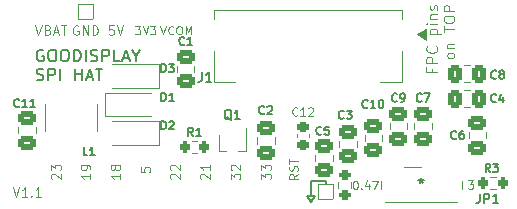
<source format=gto>
G04 #@! TF.GenerationSoftware,KiCad,Pcbnew,6.0.8-f2edbf62ab~116~ubuntu20.04.1*
G04 #@! TF.CreationDate,2022-10-18T12:22:16+02:00*
G04 #@! TF.ProjectId,tinypico-goodisplay,74696e79-7069-4636-9f2d-676f6f646973,rev?*
G04 #@! TF.SameCoordinates,Original*
G04 #@! TF.FileFunction,Legend,Top*
G04 #@! TF.FilePolarity,Positive*
%FSLAX46Y46*%
G04 Gerber Fmt 4.6, Leading zero omitted, Abs format (unit mm)*
G04 Created by KiCad (PCBNEW 6.0.8-f2edbf62ab~116~ubuntu20.04.1) date 2022-10-18 12:22:16*
%MOMM*%
%LPD*%
G01*
G04 APERTURE LIST*
G04 Aperture macros list*
%AMRoundRect*
0 Rectangle with rounded corners*
0 $1 Rounding radius*
0 $2 $3 $4 $5 $6 $7 $8 $9 X,Y pos of 4 corners*
0 Add a 4 corners polygon primitive as box body*
4,1,4,$2,$3,$4,$5,$6,$7,$8,$9,$2,$3,0*
0 Add four circle primitives for the rounded corners*
1,1,$1+$1,$2,$3*
1,1,$1+$1,$4,$5*
1,1,$1+$1,$6,$7*
1,1,$1+$1,$8,$9*
0 Add four rect primitives between the rounded corners*
20,1,$1+$1,$2,$3,$4,$5,0*
20,1,$1+$1,$4,$5,$6,$7,0*
20,1,$1+$1,$6,$7,$8,$9,0*
20,1,$1+$1,$8,$9,$2,$3,0*%
G04 Aperture macros list end*
%ADD10C,0.150000*%
%ADD11C,0.120000*%
%ADD12C,0.140000*%
%ADD13C,0.130000*%
%ADD14RoundRect,0.250000X0.475000X-0.337500X0.475000X0.337500X-0.475000X0.337500X-0.475000X-0.337500X0*%
%ADD15RoundRect,0.250000X0.337500X0.475000X-0.337500X0.475000X-0.337500X-0.475000X0.337500X-0.475000X0*%
%ADD16R,0.450000X0.700000*%
%ADD17RoundRect,0.200000X-0.200000X-0.275000X0.200000X-0.275000X0.200000X0.275000X-0.200000X0.275000X0*%
%ADD18RoundRect,0.225000X0.250000X-0.225000X0.250000X0.225000X-0.250000X0.225000X-0.250000X-0.225000X0*%
%ADD19C,0.889000*%
%ADD20R,0.889000X1.244600*%
%ADD21R,0.812800X0.939800*%
%ADD22R,0.900000X1.200000*%
%ADD23RoundRect,0.200000X0.275000X-0.200000X0.275000X0.200000X-0.275000X0.200000X-0.275000X-0.200000X0*%
%ADD24R,3.708400X1.092200*%
%ADD25RoundRect,0.200000X0.200000X0.275000X-0.200000X0.275000X-0.200000X-0.275000X0.200000X-0.275000X0*%
%ADD26C,1.473200*%
%ADD27RoundRect,0.025400X0.635000X-0.635000X0.635000X0.635000X-0.635000X0.635000X-0.635000X-0.635000X0*%
%ADD28R,0.304800X1.193800*%
%ADD29R,1.803400X2.006600*%
%ADD30RoundRect,0.250000X-0.475000X0.337500X-0.475000X-0.337500X0.475000X-0.337500X0.475000X0.337500X0*%
G04 APERTURE END LIST*
D10*
X97850000Y-51700000D02*
X97850000Y-50450000D01*
X97850000Y-52200000D02*
X97500000Y-51700000D01*
X97850000Y-50450000D02*
X99100000Y-50450000D01*
X97550000Y-51700000D02*
X98200000Y-51700000D01*
X99100000Y-50450000D02*
X99100000Y-50600000D01*
X98200000Y-51700000D02*
X97850000Y-52200000D01*
D11*
X82983333Y-37316666D02*
X83416666Y-37316666D01*
X83183333Y-37583333D01*
X83283333Y-37583333D01*
X83350000Y-37616666D01*
X83383333Y-37650000D01*
X83416666Y-37716666D01*
X83416666Y-37883333D01*
X83383333Y-37950000D01*
X83350000Y-37983333D01*
X83283333Y-38016666D01*
X83083333Y-38016666D01*
X83016666Y-37983333D01*
X82983333Y-37950000D01*
X83616666Y-37316666D02*
X83850000Y-38016666D01*
X84083333Y-37316666D01*
X84250000Y-37316666D02*
X84683333Y-37316666D01*
X84450000Y-37583333D01*
X84550000Y-37583333D01*
X84616666Y-37616666D01*
X84650000Y-37650000D01*
X84683333Y-37716666D01*
X84683333Y-37883333D01*
X84650000Y-37950000D01*
X84616666Y-37983333D01*
X84550000Y-38016666D01*
X84350000Y-38016666D01*
X84283333Y-37983333D01*
X84250000Y-37950000D01*
X91061904Y-50297619D02*
X91061904Y-49802380D01*
X91366666Y-50069047D01*
X91366666Y-49954761D01*
X91404761Y-49878571D01*
X91442857Y-49840476D01*
X91519047Y-49802380D01*
X91709523Y-49802380D01*
X91785714Y-49840476D01*
X91823809Y-49878571D01*
X91861904Y-49954761D01*
X91861904Y-50183333D01*
X91823809Y-50259523D01*
X91785714Y-50297619D01*
X91138095Y-49497619D02*
X91100000Y-49459523D01*
X91061904Y-49383333D01*
X91061904Y-49192857D01*
X91100000Y-49116666D01*
X91138095Y-49078571D01*
X91214285Y-49040476D01*
X91290476Y-49040476D01*
X91404761Y-49078571D01*
X91861904Y-49535714D01*
X91861904Y-49040476D01*
X81711904Y-49802380D02*
X81711904Y-50259523D01*
X81711904Y-50030952D02*
X80911904Y-50030952D01*
X81026190Y-50107142D01*
X81102380Y-50183333D01*
X81140476Y-50259523D01*
X81254761Y-49345238D02*
X81216666Y-49421428D01*
X81178571Y-49459523D01*
X81102380Y-49497619D01*
X81064285Y-49497619D01*
X80988095Y-49459523D01*
X80950000Y-49421428D01*
X80911904Y-49345238D01*
X80911904Y-49192857D01*
X80950000Y-49116666D01*
X80988095Y-49078571D01*
X81064285Y-49040476D01*
X81102380Y-49040476D01*
X81178571Y-49078571D01*
X81216666Y-49116666D01*
X81254761Y-49192857D01*
X81254761Y-49345238D01*
X81292857Y-49421428D01*
X81330952Y-49459523D01*
X81407142Y-49497619D01*
X81559523Y-49497619D01*
X81635714Y-49459523D01*
X81673809Y-49421428D01*
X81711904Y-49345238D01*
X81711904Y-49192857D01*
X81673809Y-49116666D01*
X81635714Y-49078571D01*
X81559523Y-49040476D01*
X81407142Y-49040476D01*
X81330952Y-49078571D01*
X81292857Y-49116666D01*
X81254761Y-49192857D01*
X75938095Y-50259523D02*
X75900000Y-50221428D01*
X75861904Y-50145238D01*
X75861904Y-49954761D01*
X75900000Y-49878571D01*
X75938095Y-49840476D01*
X76014285Y-49802380D01*
X76090476Y-49802380D01*
X76204761Y-49840476D01*
X76661904Y-50297619D01*
X76661904Y-49802380D01*
X75861904Y-49535714D02*
X75861904Y-49040476D01*
X76166666Y-49307142D01*
X76166666Y-49192857D01*
X76204761Y-49116666D01*
X76242857Y-49078571D01*
X76319047Y-49040476D01*
X76509523Y-49040476D01*
X76585714Y-49078571D01*
X76623809Y-49116666D01*
X76661904Y-49192857D01*
X76661904Y-49421428D01*
X76623809Y-49497619D01*
X76585714Y-49535714D01*
X93661904Y-50297619D02*
X93661904Y-49802380D01*
X93966666Y-50069047D01*
X93966666Y-49954761D01*
X94004761Y-49878571D01*
X94042857Y-49840476D01*
X94119047Y-49802380D01*
X94309523Y-49802380D01*
X94385714Y-49840476D01*
X94423809Y-49878571D01*
X94461904Y-49954761D01*
X94461904Y-50183333D01*
X94423809Y-50259523D01*
X94385714Y-50297619D01*
X93661904Y-49535714D02*
X93661904Y-49040476D01*
X93966666Y-49307142D01*
X93966666Y-49192857D01*
X94004761Y-49116666D01*
X94042857Y-49078571D01*
X94119047Y-49040476D01*
X94309523Y-49040476D01*
X94385714Y-49078571D01*
X94423809Y-49116666D01*
X94461904Y-49192857D01*
X94461904Y-49421428D01*
X94423809Y-49497619D01*
X94385714Y-49535714D01*
X79186904Y-49802380D02*
X79186904Y-50259523D01*
X79186904Y-50030952D02*
X78386904Y-50030952D01*
X78501190Y-50107142D01*
X78577380Y-50183333D01*
X78615476Y-50259523D01*
X79186904Y-49421428D02*
X79186904Y-49269047D01*
X79148809Y-49192857D01*
X79110714Y-49154761D01*
X78996428Y-49078571D01*
X78844047Y-49040476D01*
X78539285Y-49040476D01*
X78463095Y-49078571D01*
X78425000Y-49116666D01*
X78386904Y-49192857D01*
X78386904Y-49345238D01*
X78425000Y-49421428D01*
X78463095Y-49459523D01*
X78539285Y-49497619D01*
X78729761Y-49497619D01*
X78805952Y-49459523D01*
X78844047Y-49421428D01*
X78882142Y-49345238D01*
X78882142Y-49192857D01*
X78844047Y-49116666D01*
X78805952Y-49078571D01*
X78729761Y-49040476D01*
X86038095Y-50259523D02*
X86000000Y-50221428D01*
X85961904Y-50145238D01*
X85961904Y-49954761D01*
X86000000Y-49878571D01*
X86038095Y-49840476D01*
X86114285Y-49802380D01*
X86190476Y-49802380D01*
X86304761Y-49840476D01*
X86761904Y-50297619D01*
X86761904Y-49802380D01*
X86038095Y-49497619D02*
X86000000Y-49459523D01*
X85961904Y-49383333D01*
X85961904Y-49192857D01*
X86000000Y-49116666D01*
X86038095Y-49078571D01*
X86114285Y-49040476D01*
X86190476Y-49040476D01*
X86304761Y-49078571D01*
X86761904Y-49535714D01*
X86761904Y-49040476D01*
X83436904Y-49284524D02*
X83436904Y-49665477D01*
X83817857Y-49703572D01*
X83779761Y-49665477D01*
X83741666Y-49589286D01*
X83741666Y-49398810D01*
X83779761Y-49322620D01*
X83817857Y-49284524D01*
X83894047Y-49246429D01*
X84084523Y-49246429D01*
X84160714Y-49284524D01*
X84198809Y-49322620D01*
X84236904Y-49398810D01*
X84236904Y-49589286D01*
X84198809Y-49665477D01*
X84160714Y-49703572D01*
X88563095Y-50259523D02*
X88525000Y-50221428D01*
X88486904Y-50145238D01*
X88486904Y-49954761D01*
X88525000Y-49878571D01*
X88563095Y-49840476D01*
X88639285Y-49802380D01*
X88715476Y-49802380D01*
X88829761Y-49840476D01*
X89286904Y-50297619D01*
X89286904Y-49802380D01*
X89286904Y-49040476D02*
X89286904Y-49497619D01*
X89286904Y-49269047D02*
X88486904Y-49269047D01*
X88601190Y-49345238D01*
X88677380Y-49421428D01*
X88715476Y-49497619D01*
X81147619Y-37261904D02*
X80766666Y-37261904D01*
X80728571Y-37642857D01*
X80766666Y-37604761D01*
X80842857Y-37566666D01*
X81033333Y-37566666D01*
X81109523Y-37604761D01*
X81147619Y-37642857D01*
X81185714Y-37719047D01*
X81185714Y-37909523D01*
X81147619Y-37985714D01*
X81109523Y-38023809D01*
X81033333Y-38061904D01*
X80842857Y-38061904D01*
X80766666Y-38023809D01*
X80728571Y-37985714D01*
X81414285Y-37261904D02*
X81680952Y-38061904D01*
X81947619Y-37261904D01*
X72630952Y-50961904D02*
X72897619Y-51761904D01*
X73164285Y-50961904D01*
X73850000Y-51761904D02*
X73392857Y-51761904D01*
X73621428Y-51761904D02*
X73621428Y-50961904D01*
X73545238Y-51076190D01*
X73469047Y-51152380D01*
X73392857Y-51190476D01*
X74192857Y-51685714D02*
X74230952Y-51723809D01*
X74192857Y-51761904D01*
X74154761Y-51723809D01*
X74192857Y-51685714D01*
X74192857Y-51761904D01*
X74992857Y-51761904D02*
X74535714Y-51761904D01*
X74764285Y-51761904D02*
X74764285Y-50961904D01*
X74688095Y-51076190D01*
X74611904Y-51152380D01*
X74535714Y-51190476D01*
X111156666Y-50386666D02*
X111590000Y-50386666D01*
X111356666Y-50653333D01*
X111456666Y-50653333D01*
X111523333Y-50686666D01*
X111556666Y-50720000D01*
X111590000Y-50786666D01*
X111590000Y-50953333D01*
X111556666Y-51020000D01*
X111523333Y-51053333D01*
X111456666Y-51086666D01*
X111256666Y-51086666D01*
X111190000Y-51053333D01*
X111156666Y-51020000D01*
X101583333Y-50416666D02*
X101650000Y-50416666D01*
X101716666Y-50450000D01*
X101750000Y-50483333D01*
X101783333Y-50550000D01*
X101816666Y-50683333D01*
X101816666Y-50850000D01*
X101783333Y-50983333D01*
X101750000Y-51050000D01*
X101716666Y-51083333D01*
X101650000Y-51116666D01*
X101583333Y-51116666D01*
X101516666Y-51083333D01*
X101483333Y-51050000D01*
X101450000Y-50983333D01*
X101416666Y-50850000D01*
X101416666Y-50683333D01*
X101450000Y-50550000D01*
X101483333Y-50483333D01*
X101516666Y-50450000D01*
X101583333Y-50416666D01*
X102116666Y-51050000D02*
X102150000Y-51083333D01*
X102116666Y-51116666D01*
X102083333Y-51083333D01*
X102116666Y-51050000D01*
X102116666Y-51116666D01*
X102750000Y-50650000D02*
X102750000Y-51116666D01*
X102583333Y-50383333D02*
X102416666Y-50883333D01*
X102850000Y-50883333D01*
X103050000Y-50416666D02*
X103516666Y-50416666D01*
X103216666Y-51116666D01*
X78140476Y-37300000D02*
X78064285Y-37261904D01*
X77950000Y-37261904D01*
X77835714Y-37300000D01*
X77759523Y-37376190D01*
X77721428Y-37452380D01*
X77683333Y-37604761D01*
X77683333Y-37719047D01*
X77721428Y-37871428D01*
X77759523Y-37947619D01*
X77835714Y-38023809D01*
X77950000Y-38061904D01*
X78026190Y-38061904D01*
X78140476Y-38023809D01*
X78178571Y-37985714D01*
X78178571Y-37719047D01*
X78026190Y-37719047D01*
X78521428Y-38061904D02*
X78521428Y-37261904D01*
X78978571Y-38061904D01*
X78978571Y-37261904D01*
X79359523Y-38061904D02*
X79359523Y-37261904D01*
X79550000Y-37261904D01*
X79664285Y-37300000D01*
X79740476Y-37376190D01*
X79778571Y-37452380D01*
X79816666Y-37604761D01*
X79816666Y-37719047D01*
X79778571Y-37871428D01*
X79740476Y-37947619D01*
X79664285Y-38023809D01*
X79550000Y-38061904D01*
X79359523Y-38061904D01*
X107583333Y-38402380D02*
X107583333Y-37640476D01*
X107535714Y-38354761D02*
X107535714Y-37688095D01*
X107488095Y-38354761D02*
X107488095Y-37688095D01*
X107440476Y-38307142D02*
X107440476Y-37735714D01*
X107392857Y-38307142D02*
X107392857Y-37735714D01*
X107345238Y-38259523D02*
X107345238Y-37783333D01*
X107297619Y-38259523D02*
X107297619Y-37783333D01*
X107250000Y-38211904D02*
X107250000Y-37830952D01*
X107202380Y-38164285D02*
X107202380Y-37878571D01*
X107154761Y-38164285D02*
X107154761Y-37878571D01*
X107107142Y-38116666D02*
X107107142Y-37926190D01*
X107059523Y-38116666D02*
X107059523Y-37926190D01*
X107011904Y-38021428D02*
X106964285Y-38021428D01*
X107011904Y-38069047D02*
X107011904Y-37973809D01*
X107630952Y-38402380D02*
X106916666Y-38021428D01*
X107630952Y-37640476D01*
X106869047Y-38021428D02*
X107630952Y-37592857D01*
X107630952Y-38450000D01*
X106869047Y-38021428D01*
X96716666Y-49833333D02*
X96383333Y-50066666D01*
X96716666Y-50233333D02*
X96016666Y-50233333D01*
X96016666Y-49966666D01*
X96050000Y-49900000D01*
X96083333Y-49866666D01*
X96150000Y-49833333D01*
X96250000Y-49833333D01*
X96316666Y-49866666D01*
X96350000Y-49900000D01*
X96383333Y-49966666D01*
X96383333Y-50233333D01*
X96683333Y-49566666D02*
X96716666Y-49466666D01*
X96716666Y-49300000D01*
X96683333Y-49233333D01*
X96650000Y-49200000D01*
X96583333Y-49166666D01*
X96516666Y-49166666D01*
X96450000Y-49200000D01*
X96416666Y-49233333D01*
X96383333Y-49300000D01*
X96350000Y-49433333D01*
X96316666Y-49500000D01*
X96283333Y-49533333D01*
X96216666Y-49566666D01*
X96150000Y-49566666D01*
X96083333Y-49533333D01*
X96050000Y-49500000D01*
X96016666Y-49433333D01*
X96016666Y-49266666D01*
X96050000Y-49166666D01*
X96016666Y-48966666D02*
X96016666Y-48566666D01*
X96716666Y-48766666D02*
X96016666Y-48766666D01*
X85100000Y-37316666D02*
X85333333Y-38016666D01*
X85566666Y-37316666D01*
X86200000Y-37950000D02*
X86166666Y-37983333D01*
X86066666Y-38016666D01*
X86000000Y-38016666D01*
X85900000Y-37983333D01*
X85833333Y-37916666D01*
X85800000Y-37850000D01*
X85766666Y-37716666D01*
X85766666Y-37616666D01*
X85800000Y-37483333D01*
X85833333Y-37416666D01*
X85900000Y-37350000D01*
X86000000Y-37316666D01*
X86066666Y-37316666D01*
X86166666Y-37350000D01*
X86200000Y-37383333D01*
X86633333Y-37316666D02*
X86766666Y-37316666D01*
X86833333Y-37350000D01*
X86900000Y-37416666D01*
X86933333Y-37550000D01*
X86933333Y-37783333D01*
X86900000Y-37916666D01*
X86833333Y-37983333D01*
X86766666Y-38016666D01*
X86633333Y-38016666D01*
X86566666Y-37983333D01*
X86500000Y-37916666D01*
X86466666Y-37783333D01*
X86466666Y-37550000D01*
X86500000Y-37416666D01*
X86566666Y-37350000D01*
X86633333Y-37316666D01*
X87233333Y-38016666D02*
X87233333Y-37316666D01*
X87466666Y-37816666D01*
X87700000Y-37316666D01*
X87700000Y-38016666D01*
X108061214Y-40906571D02*
X108061214Y-41206571D01*
X108532642Y-41206571D02*
X107632642Y-41206571D01*
X107632642Y-40778000D01*
X108532642Y-40435142D02*
X107632642Y-40435142D01*
X107632642Y-40092285D01*
X107675500Y-40006571D01*
X107718357Y-39963714D01*
X107804071Y-39920857D01*
X107932642Y-39920857D01*
X108018357Y-39963714D01*
X108061214Y-40006571D01*
X108104071Y-40092285D01*
X108104071Y-40435142D01*
X108446928Y-39020857D02*
X108489785Y-39063714D01*
X108532642Y-39192285D01*
X108532642Y-39278000D01*
X108489785Y-39406571D01*
X108404071Y-39492285D01*
X108318357Y-39535142D01*
X108146928Y-39578000D01*
X108018357Y-39578000D01*
X107846928Y-39535142D01*
X107761214Y-39492285D01*
X107675500Y-39406571D01*
X107632642Y-39278000D01*
X107632642Y-39192285D01*
X107675500Y-39063714D01*
X107718357Y-39020857D01*
X107932642Y-37949428D02*
X108832642Y-37949428D01*
X107975500Y-37949428D02*
X107932642Y-37863714D01*
X107932642Y-37692285D01*
X107975500Y-37606571D01*
X108018357Y-37563714D01*
X108104071Y-37520857D01*
X108361214Y-37520857D01*
X108446928Y-37563714D01*
X108489785Y-37606571D01*
X108532642Y-37692285D01*
X108532642Y-37863714D01*
X108489785Y-37949428D01*
X108532642Y-37135142D02*
X107932642Y-37135142D01*
X107632642Y-37135142D02*
X107675500Y-37178000D01*
X107718357Y-37135142D01*
X107675500Y-37092285D01*
X107632642Y-37135142D01*
X107718357Y-37135142D01*
X107932642Y-36706571D02*
X108532642Y-36706571D01*
X108018357Y-36706571D02*
X107975500Y-36663714D01*
X107932642Y-36578000D01*
X107932642Y-36449428D01*
X107975500Y-36363714D01*
X108061214Y-36320857D01*
X108532642Y-36320857D01*
X108489785Y-35935142D02*
X108532642Y-35849428D01*
X108532642Y-35678000D01*
X108489785Y-35592285D01*
X108404071Y-35549428D01*
X108361214Y-35549428D01*
X108275500Y-35592285D01*
X108232642Y-35678000D01*
X108232642Y-35806571D01*
X108189785Y-35892285D01*
X108104071Y-35935142D01*
X108061214Y-35935142D01*
X107975500Y-35892285D01*
X107932642Y-35806571D01*
X107932642Y-35678000D01*
X107975500Y-35592285D01*
X109981642Y-39878000D02*
X109938785Y-39963714D01*
X109895928Y-40006571D01*
X109810214Y-40049428D01*
X109553071Y-40049428D01*
X109467357Y-40006571D01*
X109424500Y-39963714D01*
X109381642Y-39878000D01*
X109381642Y-39749428D01*
X109424500Y-39663714D01*
X109467357Y-39620857D01*
X109553071Y-39578000D01*
X109810214Y-39578000D01*
X109895928Y-39620857D01*
X109938785Y-39663714D01*
X109981642Y-39749428D01*
X109981642Y-39878000D01*
X109381642Y-39192285D02*
X109981642Y-39192285D01*
X109467357Y-39192285D02*
X109424500Y-39149428D01*
X109381642Y-39063714D01*
X109381642Y-38935142D01*
X109424500Y-38849428D01*
X109510214Y-38806571D01*
X109981642Y-38806571D01*
X109081642Y-37820857D02*
X109081642Y-37306571D01*
X109981642Y-37563714D02*
X109081642Y-37563714D01*
X109081642Y-36835142D02*
X109081642Y-36663714D01*
X109124500Y-36578000D01*
X109210214Y-36492285D01*
X109381642Y-36449428D01*
X109681642Y-36449428D01*
X109853071Y-36492285D01*
X109938785Y-36578000D01*
X109981642Y-36663714D01*
X109981642Y-36835142D01*
X109938785Y-36920857D01*
X109853071Y-37006571D01*
X109681642Y-37049428D01*
X109381642Y-37049428D01*
X109210214Y-37006571D01*
X109124500Y-36920857D01*
X109081642Y-36835142D01*
X109981642Y-36063714D02*
X109081642Y-36063714D01*
X109081642Y-35720857D01*
X109124500Y-35635142D01*
X109167357Y-35592285D01*
X109253071Y-35549428D01*
X109381642Y-35549428D01*
X109467357Y-35592285D01*
X109510214Y-35635142D01*
X109553071Y-35720857D01*
X109553071Y-36063714D01*
D12*
X75202904Y-39345000D02*
X75107666Y-39297380D01*
X74964809Y-39297380D01*
X74821952Y-39345000D01*
X74726714Y-39440238D01*
X74679095Y-39535476D01*
X74631476Y-39725952D01*
X74631476Y-39868809D01*
X74679095Y-40059285D01*
X74726714Y-40154523D01*
X74821952Y-40249761D01*
X74964809Y-40297380D01*
X75060047Y-40297380D01*
X75202904Y-40249761D01*
X75250523Y-40202142D01*
X75250523Y-39868809D01*
X75060047Y-39868809D01*
X75869571Y-39297380D02*
X76060047Y-39297380D01*
X76155285Y-39345000D01*
X76250523Y-39440238D01*
X76298142Y-39630714D01*
X76298142Y-39964047D01*
X76250523Y-40154523D01*
X76155285Y-40249761D01*
X76060047Y-40297380D01*
X75869571Y-40297380D01*
X75774333Y-40249761D01*
X75679095Y-40154523D01*
X75631476Y-39964047D01*
X75631476Y-39630714D01*
X75679095Y-39440238D01*
X75774333Y-39345000D01*
X75869571Y-39297380D01*
X76917190Y-39297380D02*
X77107666Y-39297380D01*
X77202904Y-39345000D01*
X77298142Y-39440238D01*
X77345761Y-39630714D01*
X77345761Y-39964047D01*
X77298142Y-40154523D01*
X77202904Y-40249761D01*
X77107666Y-40297380D01*
X76917190Y-40297380D01*
X76821952Y-40249761D01*
X76726714Y-40154523D01*
X76679095Y-39964047D01*
X76679095Y-39630714D01*
X76726714Y-39440238D01*
X76821952Y-39345000D01*
X76917190Y-39297380D01*
X77774333Y-40297380D02*
X77774333Y-39297380D01*
X78012428Y-39297380D01*
X78155285Y-39345000D01*
X78250523Y-39440238D01*
X78298142Y-39535476D01*
X78345761Y-39725952D01*
X78345761Y-39868809D01*
X78298142Y-40059285D01*
X78250523Y-40154523D01*
X78155285Y-40249761D01*
X78012428Y-40297380D01*
X77774333Y-40297380D01*
X78774333Y-40297380D02*
X78774333Y-39297380D01*
X79202904Y-40249761D02*
X79345761Y-40297380D01*
X79583857Y-40297380D01*
X79679095Y-40249761D01*
X79726714Y-40202142D01*
X79774333Y-40106904D01*
X79774333Y-40011666D01*
X79726714Y-39916428D01*
X79679095Y-39868809D01*
X79583857Y-39821190D01*
X79393380Y-39773571D01*
X79298142Y-39725952D01*
X79250523Y-39678333D01*
X79202904Y-39583095D01*
X79202904Y-39487857D01*
X79250523Y-39392619D01*
X79298142Y-39345000D01*
X79393380Y-39297380D01*
X79631476Y-39297380D01*
X79774333Y-39345000D01*
X80202904Y-40297380D02*
X80202904Y-39297380D01*
X80583857Y-39297380D01*
X80679095Y-39345000D01*
X80726714Y-39392619D01*
X80774333Y-39487857D01*
X80774333Y-39630714D01*
X80726714Y-39725952D01*
X80679095Y-39773571D01*
X80583857Y-39821190D01*
X80202904Y-39821190D01*
X81679095Y-40297380D02*
X81202904Y-40297380D01*
X81202904Y-39297380D01*
X81964809Y-40011666D02*
X82441000Y-40011666D01*
X81869571Y-40297380D02*
X82202904Y-39297380D01*
X82536238Y-40297380D01*
X83060047Y-39821190D02*
X83060047Y-40297380D01*
X82726714Y-39297380D02*
X83060047Y-39821190D01*
X83393380Y-39297380D01*
X74631476Y-41859761D02*
X74774333Y-41907380D01*
X75012428Y-41907380D01*
X75107666Y-41859761D01*
X75155285Y-41812142D01*
X75202904Y-41716904D01*
X75202904Y-41621666D01*
X75155285Y-41526428D01*
X75107666Y-41478809D01*
X75012428Y-41431190D01*
X74821952Y-41383571D01*
X74726714Y-41335952D01*
X74679095Y-41288333D01*
X74631476Y-41193095D01*
X74631476Y-41097857D01*
X74679095Y-41002619D01*
X74726714Y-40955000D01*
X74821952Y-40907380D01*
X75060047Y-40907380D01*
X75202904Y-40955000D01*
X75631476Y-41907380D02*
X75631476Y-40907380D01*
X76012428Y-40907380D01*
X76107666Y-40955000D01*
X76155285Y-41002619D01*
X76202904Y-41097857D01*
X76202904Y-41240714D01*
X76155285Y-41335952D01*
X76107666Y-41383571D01*
X76012428Y-41431190D01*
X75631476Y-41431190D01*
X76631476Y-41907380D02*
X76631476Y-40907380D01*
X77869571Y-41907380D02*
X77869571Y-40907380D01*
X77869571Y-41383571D02*
X78441000Y-41383571D01*
X78441000Y-41907380D02*
X78441000Y-40907380D01*
X78869571Y-41621666D02*
X79345761Y-41621666D01*
X78774333Y-41907380D02*
X79107666Y-40907380D01*
X79441000Y-41907380D01*
X79631476Y-40907380D02*
X80202904Y-40907380D01*
X79917190Y-41907380D02*
X79917190Y-40907380D01*
D11*
X74510714Y-37261904D02*
X74777380Y-38061904D01*
X75044047Y-37261904D01*
X75577380Y-37642857D02*
X75691666Y-37680952D01*
X75729761Y-37719047D01*
X75767857Y-37795238D01*
X75767857Y-37909523D01*
X75729761Y-37985714D01*
X75691666Y-38023809D01*
X75615476Y-38061904D01*
X75310714Y-38061904D01*
X75310714Y-37261904D01*
X75577380Y-37261904D01*
X75653571Y-37300000D01*
X75691666Y-37338095D01*
X75729761Y-37414285D01*
X75729761Y-37490476D01*
X75691666Y-37566666D01*
X75653571Y-37604761D01*
X75577380Y-37642857D01*
X75310714Y-37642857D01*
X76072619Y-37833333D02*
X76453571Y-37833333D01*
X75996428Y-38061904D02*
X76263095Y-37261904D01*
X76529761Y-38061904D01*
X76682142Y-37261904D02*
X77139285Y-37261904D01*
X76910714Y-38061904D02*
X76910714Y-37261904D01*
D13*
X98733333Y-46450000D02*
X98700000Y-46483333D01*
X98600000Y-46516666D01*
X98533333Y-46516666D01*
X98433333Y-46483333D01*
X98366666Y-46416666D01*
X98333333Y-46350000D01*
X98300000Y-46216666D01*
X98300000Y-46116666D01*
X98333333Y-45983333D01*
X98366666Y-45916666D01*
X98433333Y-45850000D01*
X98533333Y-45816666D01*
X98600000Y-45816666D01*
X98700000Y-45850000D01*
X98733333Y-45883333D01*
X99366666Y-45816666D02*
X99033333Y-45816666D01*
X99000000Y-46150000D01*
X99033333Y-46116666D01*
X99100000Y-46083333D01*
X99266666Y-46083333D01*
X99333333Y-46116666D01*
X99366666Y-46150000D01*
X99400000Y-46216666D01*
X99400000Y-46383333D01*
X99366666Y-46450000D01*
X99333333Y-46483333D01*
X99266666Y-46516666D01*
X99100000Y-46516666D01*
X99033333Y-46483333D01*
X99000000Y-46450000D01*
X113533333Y-41700000D02*
X113500000Y-41733333D01*
X113400000Y-41766666D01*
X113333333Y-41766666D01*
X113233333Y-41733333D01*
X113166666Y-41666666D01*
X113133333Y-41600000D01*
X113100000Y-41466666D01*
X113100000Y-41366666D01*
X113133333Y-41233333D01*
X113166666Y-41166666D01*
X113233333Y-41100000D01*
X113333333Y-41066666D01*
X113400000Y-41066666D01*
X113500000Y-41100000D01*
X113533333Y-41133333D01*
X113933333Y-41366666D02*
X113866666Y-41333333D01*
X113833333Y-41300000D01*
X113800000Y-41233333D01*
X113800000Y-41200000D01*
X113833333Y-41133333D01*
X113866666Y-41100000D01*
X113933333Y-41066666D01*
X114066666Y-41066666D01*
X114133333Y-41100000D01*
X114166666Y-41133333D01*
X114200000Y-41200000D01*
X114200000Y-41233333D01*
X114166666Y-41300000D01*
X114133333Y-41333333D01*
X114066666Y-41366666D01*
X113933333Y-41366666D01*
X113866666Y-41400000D01*
X113833333Y-41433333D01*
X113800000Y-41500000D01*
X113800000Y-41633333D01*
X113833333Y-41700000D01*
X113866666Y-41733333D01*
X113933333Y-41766666D01*
X114066666Y-41766666D01*
X114133333Y-41733333D01*
X114166666Y-41700000D01*
X114200000Y-41633333D01*
X114200000Y-41500000D01*
X114166666Y-41433333D01*
X114133333Y-41400000D01*
X114066666Y-41366666D01*
X87133333Y-38850000D02*
X87100000Y-38883333D01*
X87000000Y-38916666D01*
X86933333Y-38916666D01*
X86833333Y-38883333D01*
X86766666Y-38816666D01*
X86733333Y-38750000D01*
X86700000Y-38616666D01*
X86700000Y-38516666D01*
X86733333Y-38383333D01*
X86766666Y-38316666D01*
X86833333Y-38250000D01*
X86933333Y-38216666D01*
X87000000Y-38216666D01*
X87100000Y-38250000D01*
X87133333Y-38283333D01*
X87800000Y-38916666D02*
X87400000Y-38916666D01*
X87600000Y-38916666D02*
X87600000Y-38216666D01*
X87533333Y-38316666D01*
X87466666Y-38383333D01*
X87400000Y-38416666D01*
X91123809Y-45288095D02*
X91047619Y-45250000D01*
X90971428Y-45173809D01*
X90857142Y-45059523D01*
X90780952Y-45021428D01*
X90704761Y-45021428D01*
X90742857Y-45211904D02*
X90666666Y-45173809D01*
X90590476Y-45097619D01*
X90552380Y-44945238D01*
X90552380Y-44678571D01*
X90590476Y-44526190D01*
X90666666Y-44450000D01*
X90742857Y-44411904D01*
X90895238Y-44411904D01*
X90971428Y-44450000D01*
X91047619Y-44526190D01*
X91085714Y-44678571D01*
X91085714Y-44945238D01*
X91047619Y-45097619D01*
X90971428Y-45173809D01*
X90895238Y-45211904D01*
X90742857Y-45211904D01*
X91847619Y-45211904D02*
X91390476Y-45211904D01*
X91619047Y-45211904D02*
X91619047Y-44411904D01*
X91542857Y-44526190D01*
X91466666Y-44602380D01*
X91390476Y-44640476D01*
X113033333Y-49666666D02*
X112800000Y-49333333D01*
X112633333Y-49666666D02*
X112633333Y-48966666D01*
X112900000Y-48966666D01*
X112966666Y-49000000D01*
X113000000Y-49033333D01*
X113033333Y-49100000D01*
X113033333Y-49200000D01*
X113000000Y-49266666D01*
X112966666Y-49300000D01*
X112900000Y-49333333D01*
X112633333Y-49333333D01*
X113266666Y-48966666D02*
X113700000Y-48966666D01*
X113466666Y-49233333D01*
X113566666Y-49233333D01*
X113633333Y-49266666D01*
X113666666Y-49300000D01*
X113700000Y-49366666D01*
X113700000Y-49533333D01*
X113666666Y-49600000D01*
X113633333Y-49633333D01*
X113566666Y-49666666D01*
X113366666Y-49666666D01*
X113300000Y-49633333D01*
X113266666Y-49600000D01*
X107233333Y-43650000D02*
X107200000Y-43683333D01*
X107100000Y-43716666D01*
X107033333Y-43716666D01*
X106933333Y-43683333D01*
X106866666Y-43616666D01*
X106833333Y-43550000D01*
X106800000Y-43416666D01*
X106800000Y-43316666D01*
X106833333Y-43183333D01*
X106866666Y-43116666D01*
X106933333Y-43050000D01*
X107033333Y-43016666D01*
X107100000Y-43016666D01*
X107200000Y-43050000D01*
X107233333Y-43083333D01*
X107466666Y-43016666D02*
X107933333Y-43016666D01*
X107633333Y-43716666D01*
D11*
X96700000Y-44825000D02*
X96666666Y-44858333D01*
X96566666Y-44891666D01*
X96500000Y-44891666D01*
X96400000Y-44858333D01*
X96333333Y-44791666D01*
X96300000Y-44725000D01*
X96266666Y-44591666D01*
X96266666Y-44491666D01*
X96300000Y-44358333D01*
X96333333Y-44291666D01*
X96400000Y-44225000D01*
X96500000Y-44191666D01*
X96566666Y-44191666D01*
X96666666Y-44225000D01*
X96700000Y-44258333D01*
X97366666Y-44891666D02*
X96966666Y-44891666D01*
X97166666Y-44891666D02*
X97166666Y-44191666D01*
X97100000Y-44291666D01*
X97033333Y-44358333D01*
X96966666Y-44391666D01*
X97633333Y-44258333D02*
X97666666Y-44225000D01*
X97733333Y-44191666D01*
X97900000Y-44191666D01*
X97966666Y-44225000D01*
X98000000Y-44258333D01*
X98033333Y-44325000D01*
X98033333Y-44391666D01*
X98000000Y-44491666D01*
X97600000Y-44891666D01*
X98033333Y-44891666D01*
D13*
X112133333Y-51511904D02*
X112133333Y-52083333D01*
X112095238Y-52197619D01*
X112019047Y-52273809D01*
X111904761Y-52311904D01*
X111828571Y-52311904D01*
X112514285Y-52311904D02*
X112514285Y-51511904D01*
X112819047Y-51511904D01*
X112895238Y-51550000D01*
X112933333Y-51588095D01*
X112971428Y-51664285D01*
X112971428Y-51778571D01*
X112933333Y-51854761D01*
X112895238Y-51892857D01*
X112819047Y-51930952D01*
X112514285Y-51930952D01*
X113733333Y-52311904D02*
X113276190Y-52311904D01*
X113504761Y-52311904D02*
X113504761Y-51511904D01*
X113428571Y-51626190D01*
X113352380Y-51702380D01*
X113276190Y-51740476D01*
D10*
X107190000Y-50192380D02*
X107190000Y-50430476D01*
X106951904Y-50335238D02*
X107190000Y-50430476D01*
X107428095Y-50335238D01*
X107047142Y-50620952D02*
X107190000Y-50430476D01*
X107332857Y-50620952D01*
D13*
X85183333Y-43666666D02*
X85183333Y-42966666D01*
X85350000Y-42966666D01*
X85450000Y-43000000D01*
X85516666Y-43066666D01*
X85550000Y-43133333D01*
X85583333Y-43266666D01*
X85583333Y-43366666D01*
X85550000Y-43500000D01*
X85516666Y-43566666D01*
X85450000Y-43633333D01*
X85350000Y-43666666D01*
X85183333Y-43666666D01*
X86250000Y-43666666D02*
X85850000Y-43666666D01*
X86050000Y-43666666D02*
X86050000Y-42966666D01*
X85983333Y-43066666D01*
X85916666Y-43133333D01*
X85850000Y-43166666D01*
X105133333Y-43650000D02*
X105100000Y-43683333D01*
X105000000Y-43716666D01*
X104933333Y-43716666D01*
X104833333Y-43683333D01*
X104766666Y-43616666D01*
X104733333Y-43550000D01*
X104700000Y-43416666D01*
X104700000Y-43316666D01*
X104733333Y-43183333D01*
X104766666Y-43116666D01*
X104833333Y-43050000D01*
X104933333Y-43016666D01*
X105000000Y-43016666D01*
X105100000Y-43050000D01*
X105133333Y-43083333D01*
X105466666Y-43716666D02*
X105600000Y-43716666D01*
X105666666Y-43683333D01*
X105700000Y-43650000D01*
X105766666Y-43550000D01*
X105800000Y-43416666D01*
X105800000Y-43150000D01*
X105766666Y-43083333D01*
X105733333Y-43050000D01*
X105666666Y-43016666D01*
X105533333Y-43016666D01*
X105466666Y-43050000D01*
X105433333Y-43083333D01*
X105400000Y-43150000D01*
X105400000Y-43316666D01*
X105433333Y-43383333D01*
X105466666Y-43416666D01*
X105533333Y-43450000D01*
X105666666Y-43450000D01*
X105733333Y-43416666D01*
X105766666Y-43383333D01*
X105800000Y-43316666D01*
X93883333Y-44712500D02*
X93850000Y-44745833D01*
X93750000Y-44779166D01*
X93683333Y-44779166D01*
X93583333Y-44745833D01*
X93516666Y-44679166D01*
X93483333Y-44612500D01*
X93450000Y-44479166D01*
X93450000Y-44379166D01*
X93483333Y-44245833D01*
X93516666Y-44179166D01*
X93583333Y-44112500D01*
X93683333Y-44079166D01*
X93750000Y-44079166D01*
X93850000Y-44112500D01*
X93883333Y-44145833D01*
X94150000Y-44145833D02*
X94183333Y-44112500D01*
X94250000Y-44079166D01*
X94416666Y-44079166D01*
X94483333Y-44112500D01*
X94516666Y-44145833D01*
X94550000Y-44212500D01*
X94550000Y-44279166D01*
X94516666Y-44379166D01*
X94116666Y-44779166D01*
X94550000Y-44779166D01*
X85183333Y-41216666D02*
X85183333Y-40516666D01*
X85350000Y-40516666D01*
X85450000Y-40550000D01*
X85516666Y-40616666D01*
X85550000Y-40683333D01*
X85583333Y-40816666D01*
X85583333Y-40916666D01*
X85550000Y-41050000D01*
X85516666Y-41116666D01*
X85450000Y-41183333D01*
X85350000Y-41216666D01*
X85183333Y-41216666D01*
X85816666Y-40516666D02*
X86250000Y-40516666D01*
X86016666Y-40783333D01*
X86116666Y-40783333D01*
X86183333Y-40816666D01*
X86216666Y-40850000D01*
X86250000Y-40916666D01*
X86250000Y-41083333D01*
X86216666Y-41150000D01*
X86183333Y-41183333D01*
X86116666Y-41216666D01*
X85916666Y-41216666D01*
X85850000Y-41183333D01*
X85816666Y-41150000D01*
X113533333Y-43700000D02*
X113500000Y-43733333D01*
X113400000Y-43766666D01*
X113333333Y-43766666D01*
X113233333Y-43733333D01*
X113166666Y-43666666D01*
X113133333Y-43600000D01*
X113100000Y-43466666D01*
X113100000Y-43366666D01*
X113133333Y-43233333D01*
X113166666Y-43166666D01*
X113233333Y-43100000D01*
X113333333Y-43066666D01*
X113400000Y-43066666D01*
X113500000Y-43100000D01*
X113533333Y-43133333D01*
X114133333Y-43300000D02*
X114133333Y-43766666D01*
X113966666Y-43033333D02*
X113800000Y-43533333D01*
X114233333Y-43533333D01*
X78933333Y-48266666D02*
X78600000Y-48266666D01*
X78600000Y-47566666D01*
X79533333Y-48266666D02*
X79133333Y-48266666D01*
X79333333Y-48266666D02*
X79333333Y-47566666D01*
X79266666Y-47666666D01*
X79200000Y-47733333D01*
X79133333Y-47766666D01*
X87883333Y-46616666D02*
X87650000Y-46283333D01*
X87483333Y-46616666D02*
X87483333Y-45916666D01*
X87750000Y-45916666D01*
X87816666Y-45950000D01*
X87850000Y-45983333D01*
X87883333Y-46050000D01*
X87883333Y-46150000D01*
X87850000Y-46216666D01*
X87816666Y-46250000D01*
X87750000Y-46283333D01*
X87483333Y-46283333D01*
X88550000Y-46616666D02*
X88150000Y-46616666D01*
X88350000Y-46616666D02*
X88350000Y-45916666D01*
X88283333Y-46016666D01*
X88216666Y-46083333D01*
X88150000Y-46116666D01*
X110153333Y-46812500D02*
X110120000Y-46845833D01*
X110020000Y-46879166D01*
X109953333Y-46879166D01*
X109853333Y-46845833D01*
X109786666Y-46779166D01*
X109753333Y-46712500D01*
X109720000Y-46579166D01*
X109720000Y-46479166D01*
X109753333Y-46345833D01*
X109786666Y-46279166D01*
X109853333Y-46212500D01*
X109953333Y-46179166D01*
X110020000Y-46179166D01*
X110120000Y-46212500D01*
X110153333Y-46245833D01*
X110753333Y-46179166D02*
X110620000Y-46179166D01*
X110553333Y-46212500D01*
X110520000Y-46245833D01*
X110453333Y-46345833D01*
X110420000Y-46479166D01*
X110420000Y-46745833D01*
X110453333Y-46812500D01*
X110486666Y-46845833D01*
X110553333Y-46879166D01*
X110686666Y-46879166D01*
X110753333Y-46845833D01*
X110786666Y-46812500D01*
X110820000Y-46745833D01*
X110820000Y-46579166D01*
X110786666Y-46512500D01*
X110753333Y-46479166D01*
X110686666Y-46445833D01*
X110553333Y-46445833D01*
X110486666Y-46479166D01*
X110453333Y-46512500D01*
X110420000Y-46579166D01*
X88633333Y-41211904D02*
X88633333Y-41783333D01*
X88595238Y-41897619D01*
X88519047Y-41973809D01*
X88404761Y-42011904D01*
X88328571Y-42011904D01*
X89433333Y-42011904D02*
X88976190Y-42011904D01*
X89204761Y-42011904D02*
X89204761Y-41211904D01*
X89128571Y-41326190D01*
X89052380Y-41402380D01*
X88976190Y-41440476D01*
X102650000Y-44200000D02*
X102616666Y-44233333D01*
X102516666Y-44266666D01*
X102450000Y-44266666D01*
X102350000Y-44233333D01*
X102283333Y-44166666D01*
X102250000Y-44100000D01*
X102216666Y-43966666D01*
X102216666Y-43866666D01*
X102250000Y-43733333D01*
X102283333Y-43666666D01*
X102350000Y-43600000D01*
X102450000Y-43566666D01*
X102516666Y-43566666D01*
X102616666Y-43600000D01*
X102650000Y-43633333D01*
X103316666Y-44266666D02*
X102916666Y-44266666D01*
X103116666Y-44266666D02*
X103116666Y-43566666D01*
X103050000Y-43666666D01*
X102983333Y-43733333D01*
X102916666Y-43766666D01*
X103750000Y-43566666D02*
X103816666Y-43566666D01*
X103883333Y-43600000D01*
X103916666Y-43633333D01*
X103950000Y-43700000D01*
X103983333Y-43833333D01*
X103983333Y-44000000D01*
X103950000Y-44133333D01*
X103916666Y-44200000D01*
X103883333Y-44233333D01*
X103816666Y-44266666D01*
X103750000Y-44266666D01*
X103683333Y-44233333D01*
X103650000Y-44200000D01*
X103616666Y-44133333D01*
X103583333Y-44000000D01*
X103583333Y-43833333D01*
X103616666Y-43700000D01*
X103650000Y-43633333D01*
X103683333Y-43600000D01*
X103750000Y-43566666D01*
X85183333Y-46066666D02*
X85183333Y-45366666D01*
X85350000Y-45366666D01*
X85450000Y-45400000D01*
X85516666Y-45466666D01*
X85550000Y-45533333D01*
X85583333Y-45666666D01*
X85583333Y-45766666D01*
X85550000Y-45900000D01*
X85516666Y-45966666D01*
X85450000Y-46033333D01*
X85350000Y-46066666D01*
X85183333Y-46066666D01*
X85850000Y-45433333D02*
X85883333Y-45400000D01*
X85950000Y-45366666D01*
X86116666Y-45366666D01*
X86183333Y-45400000D01*
X86216666Y-45433333D01*
X86250000Y-45500000D01*
X86250000Y-45566666D01*
X86216666Y-45666666D01*
X85816666Y-46066666D01*
X86250000Y-46066666D01*
X73150000Y-44100000D02*
X73116666Y-44133333D01*
X73016666Y-44166666D01*
X72950000Y-44166666D01*
X72850000Y-44133333D01*
X72783333Y-44066666D01*
X72750000Y-44000000D01*
X72716666Y-43866666D01*
X72716666Y-43766666D01*
X72750000Y-43633333D01*
X72783333Y-43566666D01*
X72850000Y-43500000D01*
X72950000Y-43466666D01*
X73016666Y-43466666D01*
X73116666Y-43500000D01*
X73150000Y-43533333D01*
X73816666Y-44166666D02*
X73416666Y-44166666D01*
X73616666Y-44166666D02*
X73616666Y-43466666D01*
X73550000Y-43566666D01*
X73483333Y-43633333D01*
X73416666Y-43666666D01*
X74483333Y-44166666D02*
X74083333Y-44166666D01*
X74283333Y-44166666D02*
X74283333Y-43466666D01*
X74216666Y-43566666D01*
X74150000Y-43633333D01*
X74083333Y-43666666D01*
X100633333Y-45100000D02*
X100600000Y-45133333D01*
X100500000Y-45166666D01*
X100433333Y-45166666D01*
X100333333Y-45133333D01*
X100266666Y-45066666D01*
X100233333Y-45000000D01*
X100200000Y-44866666D01*
X100200000Y-44766666D01*
X100233333Y-44633333D01*
X100266666Y-44566666D01*
X100333333Y-44500000D01*
X100433333Y-44466666D01*
X100500000Y-44466666D01*
X100600000Y-44500000D01*
X100633333Y-44533333D01*
X100866666Y-44466666D02*
X101300000Y-44466666D01*
X101066666Y-44733333D01*
X101166666Y-44733333D01*
X101233333Y-44766666D01*
X101266666Y-44800000D01*
X101300000Y-44866666D01*
X101300000Y-45033333D01*
X101266666Y-45100000D01*
X101233333Y-45133333D01*
X101166666Y-45166666D01*
X100966666Y-45166666D01*
X100900000Y-45133333D01*
X100866666Y-45100000D01*
D11*
X99685000Y-48761252D02*
X99685000Y-48238748D01*
X98215000Y-48761252D02*
X98215000Y-48238748D01*
X111311252Y-40615000D02*
X110788748Y-40615000D01*
X111311252Y-42085000D02*
X110788748Y-42085000D01*
X87985000Y-41211252D02*
X87985000Y-40688748D01*
X86515000Y-41211252D02*
X86515000Y-40688748D01*
X90700000Y-47930000D02*
X90040000Y-47930000D01*
X90040000Y-46520000D02*
X90040000Y-47930000D01*
X92360000Y-47930000D02*
X91700000Y-47930000D01*
X92360000Y-47930000D02*
X92360000Y-45900000D01*
X113012742Y-51122500D02*
X113487258Y-51122500D01*
X113012742Y-50077500D02*
X113487258Y-50077500D01*
X108085000Y-46061252D02*
X108085000Y-45538748D01*
X106615000Y-46061252D02*
X106615000Y-45538748D01*
X97710000Y-46740580D02*
X97710000Y-46459420D01*
X96690000Y-46740580D02*
X96690000Y-46459420D01*
X107162060Y-49266800D02*
X105719340Y-49266800D01*
X110619000Y-51067660D02*
X110619000Y-50412340D01*
X104129300Y-52213200D02*
X110250700Y-52213200D01*
X103761000Y-50412340D02*
X103761000Y-51067660D01*
X80450000Y-44950000D02*
X84350000Y-44950000D01*
X80450000Y-42950000D02*
X84350000Y-42950000D01*
X80450000Y-42950000D02*
X80450000Y-44950000D01*
X104515000Y-46061252D02*
X104515000Y-45538748D01*
X105985000Y-46061252D02*
X105985000Y-45538748D01*
X93315000Y-47261252D02*
X93315000Y-46738748D01*
X94785000Y-47261252D02*
X94785000Y-46738748D01*
X84950000Y-40550000D02*
X81050000Y-40550000D01*
X84950000Y-42550000D02*
X81050000Y-42550000D01*
X84950000Y-42550000D02*
X84950000Y-40550000D01*
X101222500Y-50987258D02*
X101222500Y-50512742D01*
X100177500Y-50987258D02*
X100177500Y-50512742D01*
X111311252Y-42715000D02*
X110788748Y-42715000D01*
X111311252Y-44185000D02*
X110788748Y-44185000D01*
X79772500Y-46224750D02*
X79772500Y-43875250D01*
X75327500Y-43875250D02*
X75327500Y-46224750D01*
X88237258Y-47027500D02*
X87762742Y-47027500D01*
X88237258Y-48072500D02*
X87762742Y-48072500D01*
X112685000Y-46823752D02*
X112685000Y-46301248D01*
X111215000Y-46823752D02*
X111215000Y-46301248D01*
X105524800Y-36713960D02*
X105524800Y-35981800D01*
X89675200Y-42026999D02*
X91457248Y-42026999D01*
X105524800Y-42026999D02*
X105524800Y-39386040D01*
X105524800Y-35981800D02*
X89675200Y-35981800D01*
X89675200Y-35981800D02*
X89675200Y-36713960D01*
X89675200Y-39386040D02*
X89675200Y-42026999D01*
X103742755Y-42026999D02*
X105524800Y-42026999D01*
X103885000Y-47061252D02*
X103885000Y-46538748D01*
X102415000Y-47061252D02*
X102415000Y-46538748D01*
X84950000Y-47350000D02*
X84950000Y-45350000D01*
X84950000Y-45350000D02*
X81050000Y-45350000D01*
X84950000Y-47350000D02*
X81050000Y-47350000D01*
X73065000Y-45876248D02*
X73065000Y-46398752D01*
X74535000Y-45876248D02*
X74535000Y-46398752D01*
X100265000Y-47561252D02*
X100265000Y-47038748D01*
X101735000Y-47561252D02*
X101735000Y-47038748D01*
%LPC*%
D14*
X98950000Y-49537500D03*
X98950000Y-47462500D03*
D15*
X112087500Y-41350000D03*
X110012500Y-41350000D03*
D14*
X87250000Y-41987500D03*
X87250000Y-39912500D03*
D16*
X91850000Y-46200000D03*
X90550000Y-46200000D03*
X91200000Y-48200000D03*
D17*
X112425000Y-50600000D03*
X114075000Y-50600000D03*
D14*
X107350000Y-46837500D03*
X107350000Y-44762500D03*
D18*
X97200000Y-47375000D03*
X97200000Y-45825000D03*
D19*
X108688600Y-50740000D03*
X105691400Y-50740000D03*
D20*
X104942100Y-48664820D03*
X107939300Y-48664820D03*
X109437900Y-48664820D03*
D21*
X103390160Y-49609700D03*
X110989840Y-49609700D03*
X103390160Y-51870300D03*
X110989840Y-51870300D03*
D22*
X81050000Y-43950000D03*
X84350000Y-43950000D03*
D14*
X105250000Y-46837500D03*
X105250000Y-44762500D03*
X94050000Y-48037500D03*
X94050000Y-45962500D03*
D22*
X84350000Y-41550000D03*
X81050000Y-41550000D03*
D23*
X100700000Y-51575000D03*
X100700000Y-49925000D03*
D15*
X112087500Y-43450000D03*
X110012500Y-43450000D03*
D24*
X77550000Y-46548600D03*
X77550000Y-43551400D03*
D25*
X88825000Y-47550000D03*
X87175000Y-47550000D03*
D26*
X76254000Y-36080000D03*
D27*
X78794000Y-36080000D03*
D26*
X81334000Y-36080000D03*
X83874000Y-36080000D03*
X86414000Y-36080000D03*
D27*
X99114000Y-51320000D03*
D26*
X96574000Y-51320000D03*
X94034000Y-51320000D03*
X91494000Y-51320000D03*
X88954000Y-51320000D03*
X86414000Y-51320000D03*
X83874000Y-51320000D03*
X81334000Y-51320000D03*
X78794000Y-51320000D03*
X76254000Y-51320000D03*
D14*
X111950000Y-47600000D03*
X111950000Y-45525000D03*
D28*
X103350001Y-41199999D03*
X102850000Y-41199999D03*
X102350001Y-41199999D03*
X101849999Y-41199999D03*
X101350000Y-41199999D03*
X100850001Y-41199999D03*
X100350000Y-41199999D03*
X99850001Y-41199999D03*
X99349999Y-41199999D03*
X98850000Y-41199999D03*
X98350001Y-41199999D03*
X97850000Y-41199999D03*
X97350000Y-41199999D03*
X96849999Y-41199999D03*
X96350000Y-41199999D03*
X95850001Y-41199999D03*
X95349999Y-41199999D03*
X94850000Y-41199999D03*
X94349999Y-41199999D03*
X93850000Y-41199999D03*
X93350001Y-41199999D03*
X92849999Y-41199999D03*
X92350000Y-41199999D03*
X91850001Y-41199999D03*
D29*
X105000000Y-38050000D03*
X90200000Y-38050000D03*
D14*
X103150000Y-47837500D03*
X103150000Y-45762500D03*
D22*
X84350000Y-46350000D03*
X81050000Y-46350000D03*
D30*
X73800000Y-45100000D03*
X73800000Y-47175000D03*
D14*
X101000000Y-48337500D03*
X101000000Y-46262500D03*
M02*

</source>
